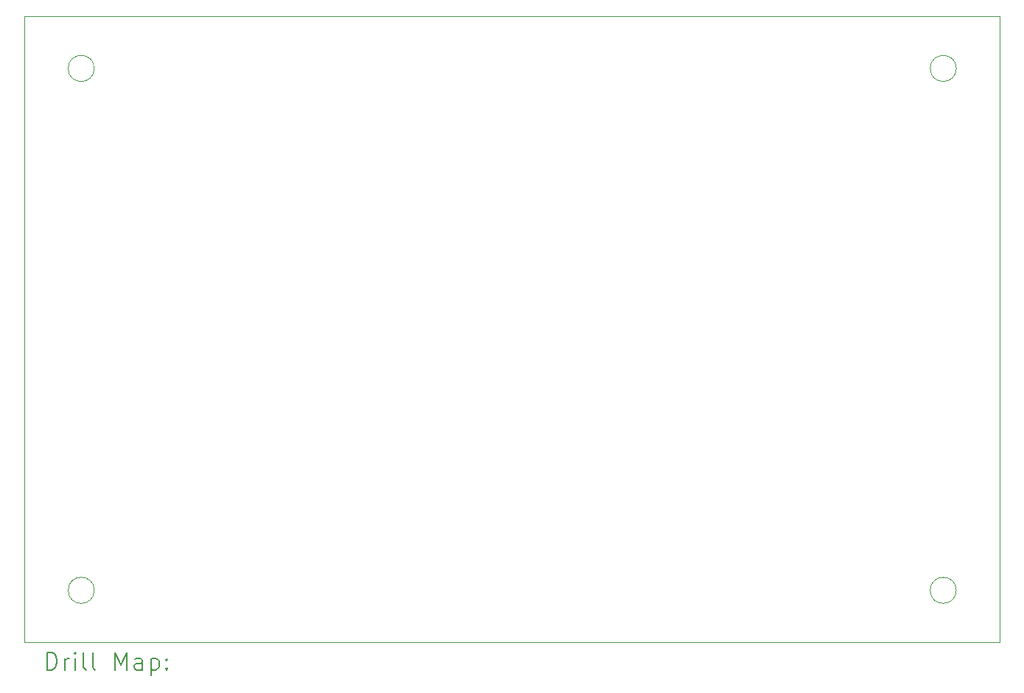
<source format=gbr>
%TF.GenerationSoftware,KiCad,Pcbnew,9.0.6*%
%TF.CreationDate,2025-12-05T19:45:49-05:00*%
%TF.ProjectId,PCB - ELECTRO,50434220-2d20-4454-9c45-4354524f2e6b,rev?*%
%TF.SameCoordinates,Original*%
%TF.FileFunction,Drillmap*%
%TF.FilePolarity,Positive*%
%FSLAX45Y45*%
G04 Gerber Fmt 4.5, Leading zero omitted, Abs format (unit mm)*
G04 Created by KiCad (PCBNEW 9.0.6) date 2025-12-05 19:45:49*
%MOMM*%
%LPD*%
G01*
G04 APERTURE LIST*
%ADD10C,0.050000*%
%ADD11C,0.200000*%
G04 APERTURE END LIST*
D10*
X9200000Y-13450000D02*
G75*
G02*
X8900000Y-13450000I-150000J0D01*
G01*
X8900000Y-13450000D02*
G75*
G02*
X9200000Y-13450000I150000J0D01*
G01*
X19100000Y-7450000D02*
G75*
G02*
X18800000Y-7450000I-150000J0D01*
G01*
X18800000Y-7450000D02*
G75*
G02*
X19100000Y-7450000I150000J0D01*
G01*
X9200000Y-7450000D02*
G75*
G02*
X8900000Y-7450000I-150000J0D01*
G01*
X8900000Y-7450000D02*
G75*
G02*
X9200000Y-7450000I150000J0D01*
G01*
X8400000Y-6850000D02*
X19600000Y-6850000D01*
X19600000Y-14050000D01*
X8400000Y-14050000D01*
X8400000Y-6850000D01*
X19100000Y-13450000D02*
G75*
G02*
X18800000Y-13450000I-150000J0D01*
G01*
X18800000Y-13450000D02*
G75*
G02*
X19100000Y-13450000I150000J0D01*
G01*
D11*
X8658277Y-14363984D02*
X8658277Y-14163984D01*
X8658277Y-14163984D02*
X8705896Y-14163984D01*
X8705896Y-14163984D02*
X8734467Y-14173508D01*
X8734467Y-14173508D02*
X8753515Y-14192555D01*
X8753515Y-14192555D02*
X8763039Y-14211603D01*
X8763039Y-14211603D02*
X8772563Y-14249698D01*
X8772563Y-14249698D02*
X8772563Y-14278269D01*
X8772563Y-14278269D02*
X8763039Y-14316365D01*
X8763039Y-14316365D02*
X8753515Y-14335412D01*
X8753515Y-14335412D02*
X8734467Y-14354460D01*
X8734467Y-14354460D02*
X8705896Y-14363984D01*
X8705896Y-14363984D02*
X8658277Y-14363984D01*
X8858277Y-14363984D02*
X8858277Y-14230650D01*
X8858277Y-14268746D02*
X8867801Y-14249698D01*
X8867801Y-14249698D02*
X8877324Y-14240174D01*
X8877324Y-14240174D02*
X8896372Y-14230650D01*
X8896372Y-14230650D02*
X8915420Y-14230650D01*
X8982086Y-14363984D02*
X8982086Y-14230650D01*
X8982086Y-14163984D02*
X8972563Y-14173508D01*
X8972563Y-14173508D02*
X8982086Y-14183031D01*
X8982086Y-14183031D02*
X8991610Y-14173508D01*
X8991610Y-14173508D02*
X8982086Y-14163984D01*
X8982086Y-14163984D02*
X8982086Y-14183031D01*
X9105896Y-14363984D02*
X9086848Y-14354460D01*
X9086848Y-14354460D02*
X9077324Y-14335412D01*
X9077324Y-14335412D02*
X9077324Y-14163984D01*
X9210658Y-14363984D02*
X9191610Y-14354460D01*
X9191610Y-14354460D02*
X9182086Y-14335412D01*
X9182086Y-14335412D02*
X9182086Y-14163984D01*
X9439229Y-14363984D02*
X9439229Y-14163984D01*
X9439229Y-14163984D02*
X9505896Y-14306841D01*
X9505896Y-14306841D02*
X9572563Y-14163984D01*
X9572563Y-14163984D02*
X9572563Y-14363984D01*
X9753515Y-14363984D02*
X9753515Y-14259222D01*
X9753515Y-14259222D02*
X9743991Y-14240174D01*
X9743991Y-14240174D02*
X9724944Y-14230650D01*
X9724944Y-14230650D02*
X9686848Y-14230650D01*
X9686848Y-14230650D02*
X9667801Y-14240174D01*
X9753515Y-14354460D02*
X9734467Y-14363984D01*
X9734467Y-14363984D02*
X9686848Y-14363984D01*
X9686848Y-14363984D02*
X9667801Y-14354460D01*
X9667801Y-14354460D02*
X9658277Y-14335412D01*
X9658277Y-14335412D02*
X9658277Y-14316365D01*
X9658277Y-14316365D02*
X9667801Y-14297317D01*
X9667801Y-14297317D02*
X9686848Y-14287793D01*
X9686848Y-14287793D02*
X9734467Y-14287793D01*
X9734467Y-14287793D02*
X9753515Y-14278269D01*
X9848753Y-14230650D02*
X9848753Y-14430650D01*
X9848753Y-14240174D02*
X9867801Y-14230650D01*
X9867801Y-14230650D02*
X9905896Y-14230650D01*
X9905896Y-14230650D02*
X9924944Y-14240174D01*
X9924944Y-14240174D02*
X9934467Y-14249698D01*
X9934467Y-14249698D02*
X9943991Y-14268746D01*
X9943991Y-14268746D02*
X9943991Y-14325888D01*
X9943991Y-14325888D02*
X9934467Y-14344936D01*
X9934467Y-14344936D02*
X9924944Y-14354460D01*
X9924944Y-14354460D02*
X9905896Y-14363984D01*
X9905896Y-14363984D02*
X9867801Y-14363984D01*
X9867801Y-14363984D02*
X9848753Y-14354460D01*
X10029705Y-14344936D02*
X10039229Y-14354460D01*
X10039229Y-14354460D02*
X10029705Y-14363984D01*
X10029705Y-14363984D02*
X10020182Y-14354460D01*
X10020182Y-14354460D02*
X10029705Y-14344936D01*
X10029705Y-14344936D02*
X10029705Y-14363984D01*
X10029705Y-14240174D02*
X10039229Y-14249698D01*
X10039229Y-14249698D02*
X10029705Y-14259222D01*
X10029705Y-14259222D02*
X10020182Y-14249698D01*
X10020182Y-14249698D02*
X10029705Y-14240174D01*
X10029705Y-14240174D02*
X10029705Y-14259222D01*
M02*

</source>
